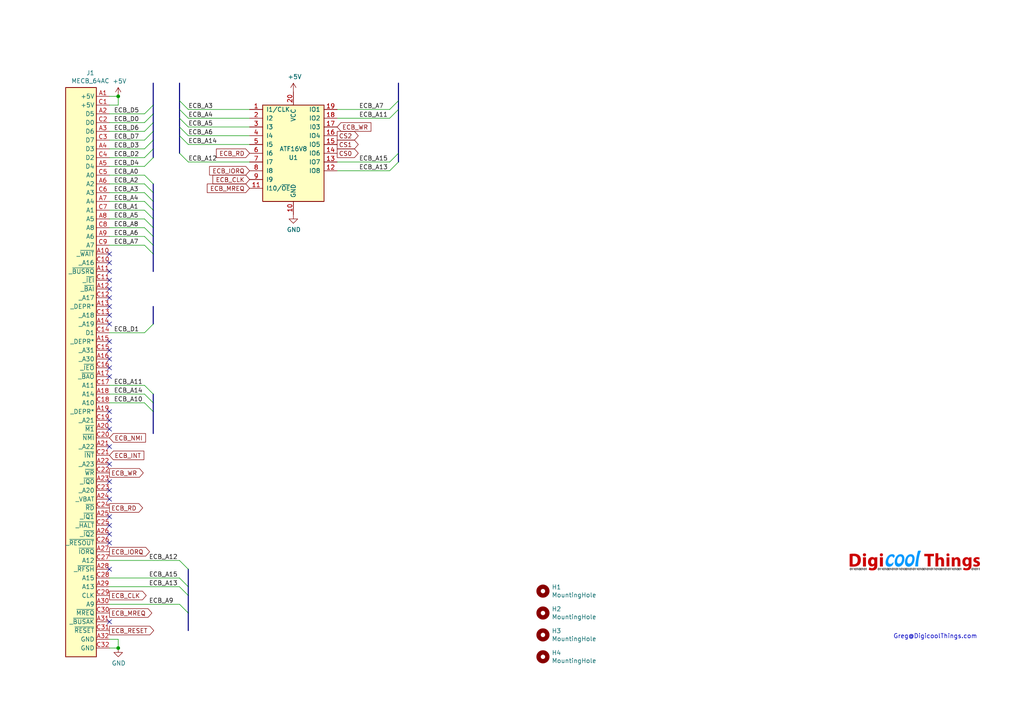
<source format=kicad_sch>
(kicad_sch (version 20250114) (generator "eeschema") (generator_version "9.0")
  (paper "A4")
  (title_block (title "Minimalist Europe Card Bus (MECB) Board Template") (date "2025-05") (rev "1.2") (company "DigicoolThings.com") (comment 1 "For Minimalist Europe Card Bus (MECB). ") (comment 2 "U1 PLD positioning provides for ZIF socket space, with DIP20 ZIF friendly footprint.") (comment 3 "Includes a standardised 3 chip-select output ATF16V8 PLD Address Decoder. ") (comment 4 "Schematic & standardised PCB outline Templates for creating MECB boards."))
  (lib_symbols
    (symbol "Logic_Programmable:GAL16V8" (pin_names (offset 1.016))
      (property "Reference" "U" (at -8.89 16.51 0))
      (property "Value" "GAL16V8" (at 1.27 16.51 0))
      (symbol "GAL16V8_0_0"
        (pin power_in line (at 0 17.78 270) (length 3.81) (name "VCC") (number "20"))
        (pin power_in line (at 0 -17.78 90) (length 3.81) (name "GND") (number "10"))
      )
      (symbol "GAL16V8_0_1"
        (rectangle (start -8.89 13.97) (end 8.89 -13.97) (stroke (width 0.254)) (fill (type background)))
      )
      (symbol "GAL16V8_1_1"
        (pin input line (at -12.7 12.7 0) (length 3.81) (name "I1/CLK") (number "1"))
        (pin input line (at -12.7 10.16 0) (length 3.81) (name "I2") (number "2"))
        (pin input line (at -12.7 7.62 0) (length 3.81) (name "I3") (number "3"))
        (pin input line (at -12.7 5.08 0) (length 3.81) (name "I4") (number "4"))
        (pin input line (at -12.7 2.54 0) (length 3.81) (name "I5") (number "5"))
        (pin input line (at -12.7 0 0) (length 3.81) (name "I6") (number "6"))
        (pin input line (at -12.7 -2.54 0) (length 3.81) (name "I7") (number "7"))
        (pin input line (at -12.7 -5.08 0) (length 3.81) (name "I8") (number "8"))
        (pin input line (at -12.7 -7.62 0) (length 3.81) (name "I9") (number "9"))
        (pin input line (at -12.7 -10.16 0) (length 3.81) (name "I10/~{OE}") (number "11"))
        (pin tri_state line (at 12.7 12.7 180) (length 3.81) (name "IO1") (number "19"))
        (pin tri_state line (at 12.7 10.16 180) (length 3.81) (name "IO2") (number "18"))
        (pin tri_state line (at 12.7 7.62 180) (length 3.81) (name "I03") (number "17"))
        (pin tri_state line (at 12.7 5.08 180) (length 3.81) (name "IO4") (number "16"))
        (pin tri_state line (at 12.7 2.54 180) (length 3.81) (name "IO5") (number "15"))
        (pin tri_state line (at 12.7 0 180) (length 3.81) (name "IO6") (number "14"))
        (pin tri_state line (at 12.7 -2.54 180) (length 3.81) (name "IO7") (number "13"))
        (pin tri_state line (at 12.7 -5.08 180) (length 3.81) (name "IO8") (number "12"))
      )
    )
    (symbol "Mechanical:MountingHole" (pin_names (offset 1.016))
      (property "Reference" "H" (at 0 5.08 0))
      (property "Value" "MountingHole" (at 0 3.175 0))
      (symbol "MountingHole_0_1"
        (circle (center 0 0) (radius 1.27) (stroke (width 1.27)))
      )
    )
    (symbol "MyCustomSymbolLibrary:MECB_64AC"
      (property "Reference" "J" (at 0 85.09 0))
      (property "Value" "MECB_64AC" (at 6.35 1.27 90))
      (symbol "MECB_64AC_0_1"
        (rectangle (start -3.81 -81.28) (end 5.08 83.82) (stroke (width 0.254)) (fill (type background)))
      )
      (symbol "MECB_64AC_1_1"
        (pin power_out line (at -7.62 81.28 0) (length 3.81) (name "+5V") (number "A1"))
        (pin power_out line (at -7.62 78.74 0) (length 3.81) (name "+5V") (number "C1"))
        (pin bidirectional line (at -7.62 76.2 0) (length 3.81) (name "D5") (number "A2"))
        (pin bidirectional line (at -7.62 73.66 0) (length 3.81) (name "D0") (number "C2"))
        (pin bidirectional line (at -7.62 71.12 0) (length 3.81) (name "D6") (number "A3"))
        (pin bidirectional line (at -7.62 68.58 0) (length 3.81) (name "D7") (number "C3"))
        (pin bidirectional line (at -7.62 66.04 0) (length 3.81) (name "D3") (number "A4"))
        (pin bidirectional line (at -7.62 63.5 0) (length 3.81) (name "D2") (number "C4"))
        (pin bidirectional line (at -7.62 60.96 0) (length 3.81) (name "D4") (number "A5"))
        (pin passive line (at -7.62 58.42 0) (length 3.81) (name "A0") (number "C5"))
        (pin passive line (at -7.62 55.88 0) (length 3.81) (name "A2") (number "A6"))
        (pin passive line (at -7.62 53.34 0) (length 3.81) (name "A3") (number "C6"))
        (pin passive line (at -7.62 50.8 0) (length 3.81) (name "A4") (number "A7"))
        (pin passive line (at -7.62 48.26 0) (length 3.81) (name "A1") (number "C7"))
        (pin passive line (at -7.62 45.72 0) (length 3.81) (name "A5") (number "A8"))
        (pin passive line (at -7.62 43.18 0) (length 3.81) (name "A8") (number "C8"))
        (pin passive line (at -7.62 40.64 0) (length 3.81) (name "A6") (number "A9"))
        (pin passive line (at -7.62 38.1 0) (length 3.81) (name "A7") (number "C9"))
        (pin passive line (at -7.62 35.56 0) (length 3.81) (name "_~{WAIT}") (number "A10"))
        (pin passive line (at -7.62 33.02 0) (length 3.81) (name "_A16") (number "C10"))
        (pin passive line (at -7.62 30.48 0) (length 3.81) (name "_~{BUSRQ}") (number "A11"))
        (pin passive line (at -7.62 27.94 0) (length 3.81) (name "_~{IEI}") (number "C11"))
        (pin passive line (at -7.62 25.4 0) (length 3.81) (name "_~{BAI}") (number "A12"))
        (pin passive line (at -7.62 22.86 0) (length 3.81) (name "_A17") (number "C12"))
        (pin passive line (at -7.62 20.32 0) (length 3.81) (name "_DEPR*") (number "A13"))
        (pin passive line (at -7.62 17.78 0) (length 3.81) (name "_A18") (number "C13"))
        (pin passive line (at -7.62 15.24 0) (length 3.81) (name "_A19") (number "A14"))
        (pin bidirectional line (at -7.62 12.7 0) (length 3.81) (name "D1") (number "C14"))
        (pin passive line (at -7.62 10.16 0) (length 3.81) (name "_DEPR*") (number "A15"))
        (pin passive line (at -7.62 7.62 0) (length 3.81) (name "_A31") (number "C15"))
        (pin passive line (at -7.62 5.08 0) (length 3.81) (name "_A30") (number "A16"))
        (pin passive line (at -7.62 2.54 0) (length 3.81) (name "_~{IEO}") (number "C16"))
        (pin passive line (at -7.62 0 0) (length 3.81) (name "_~{BAO}") (number "A17"))
        (pin passive line (at -7.62 -2.54 0) (length 3.81) (name "A11") (number "C17"))
        (pin passive line (at -7.62 -5.08 0) (length 3.81) (name "A14") (number "A18"))
        (pin passive line (at -7.62 -7.62 0) (length 3.81) (name "A10") (number "C18"))
        (pin passive line (at -7.62 -10.16 0) (length 3.81) (name "_DEPR*") (number "A19"))
        (pin passive line (at -7.62 -12.7 0) (length 3.81) (name "_A21") (number "C19"))
        (pin passive line (at -7.62 -15.24 0) (length 3.81) (name "~{M1}") (number "A20"))
        (pin passive line (at -7.62 -17.78 0) (length 3.81) (name "~{NMI}") (number "C20"))
        (pin passive line (at -7.62 -20.32 0) (length 3.81) (name "_A22") (number "A21"))
        (pin passive line (at -7.62 -22.86 0) (length 3.81) (name "~{INT}") (number "C21"))
        (pin passive line (at -7.62 -25.4 0) (length 3.81) (name "_A23") (number "A22"))
        (pin passive line (at -7.62 -27.94 0) (length 3.81) (name "~{WR}") (number "C22"))
        (pin passive line (at -7.62 -30.48 0) (length 3.81) (name "_~{IQ0}") (number "A23"))
        (pin passive line (at -7.62 -33.02 0) (length 3.81) (name "_A20") (number "C23"))
        (pin passive line (at -7.62 -35.56 0) (length 3.81) (name "_VBAT") (number "A24"))
        (pin passive line (at -7.62 -38.1 0) (length 3.81) (name "~{RD}") (number "C24"))
        (pin passive line (at -7.62 -40.64 0) (length 3.81) (name "_~{IQ1}") (number "A25"))
        (pin passive line (at -7.62 -43.18 0) (length 3.81) (name "_~{HALT}") (number "C25"))
        (pin passive line (at -7.62 -45.72 0) (length 3.81) (name "_~{IQ2}") (number "A26"))
        (pin passive line (at -7.62 -48.26 0) (length 3.81) (name "_~{RESOUT}") (number "C26"))
        (pin passive line (at -7.62 -50.8 0) (length 3.81) (name "~{IORQ}") (number "A27"))
        (pin passive line (at -7.62 -53.34 0) (length 3.81) (name "A12") (number "C27"))
        (pin passive line (at -7.62 -55.88 0) (length 3.81) (name "_~{RFSH}") (number "A28"))
        (pin passive line (at -7.62 -58.42 0) (length 3.81) (name "A15") (number "C28"))
        (pin passive line (at -7.62 -60.96 0) (length 3.81) (name "A13") (number "A29"))
        (pin passive line (at -7.62 -63.5 0) (length 3.81) (name "CLK") (number "C29"))
        (pin passive line (at -7.62 -66.04 0) (length 3.81) (name "A9") (number "A30"))
        (pin passive line (at -7.62 -68.58 0) (length 3.81) (name "~{MREQ}") (number "C30"))
        (pin passive line (at -7.62 -71.12 0) (length 3.81) (name "_~{BUSAK}") (number "A31"))
        (pin passive line (at -7.62 -73.66 0) (length 3.81) (name "~{RESET}") (number "C31"))
        (pin power_out line (at -7.62 -76.2 0) (length 3.81) (name "GND") (number "A32"))
        (pin power_out line (at -7.62 -78.74 0) (length 3.81) (name "GND") (number "C32"))
      )
    )
    (symbol "power:+5V" (power) (pin_names (offset 0))
      (property "Value" "+5V" (at 0 3.556 0))
      (symbol "+5V_0_1"
        (polyline (pts (xy -0.762 1.27) (xy 0 2.54)))
        (polyline (pts (xy 0 2.54) (xy 0.762 1.27)))
        (polyline (pts (xy 0 0) (xy 0 2.54)))
      )
      (symbol "+5V_1_1"
        (pin power_in line (at 0 0 90) (length 0) (hide yes) (name "+5V") (number "1"))
      )
    )
    (symbol "power:GND" (power) (pin_names (offset 0))
      (property "Value" "GND" (at 0 -3.81 0))
      (symbol "GND_0_1"
        (polyline (pts (xy 0 0) (xy 0 -1.27) (xy 1.27 -1.27) (xy 0 -2.54) (xy -1.27 -1.27) (xy 0 -1.27)))
      )
      (symbol "GND_1_1"
        (pin power_in line (at 0 0 270) (length 0) (hide yes) (name "GND") (number "1"))
      )
    )
  )
  (text "Greg@DigicoolThings.com" (at 259.08 185.42 0) (effects (font (size 1.27 1.27)) (justify left bottom)))
  (junction (at 34.29 187.96))
  (junction (at 34.29 27.94))
  (no_connect (at 31.75 93.98))
  (no_connect (at 31.75 78.74))
  (no_connect (at 31.75 88.9))
  (no_connect (at 31.75 165.1))
  (no_connect (at 31.75 180.34))
  (no_connect (at 31.75 73.66))
  (no_connect (at 31.75 86.36))
  (no_connect (at 31.75 139.7))
  (no_connect (at 31.75 124.46))
  (no_connect (at 31.75 83.82))
  (no_connect (at 31.75 134.62))
  (no_connect (at 31.75 152.4))
  (no_connect (at 31.75 76.2))
  (no_connect (at 31.75 109.22))
  (no_connect (at 31.75 101.6))
  (no_connect (at 31.75 121.92))
  (no_connect (at 31.75 154.94))
  (no_connect (at 31.75 149.86))
  (no_connect (at 31.75 104.14))
  (no_connect (at 31.75 157.48))
  (no_connect (at 31.75 91.44))
  (no_connect (at 31.75 106.68))
  (no_connect (at 31.75 119.38))
  (no_connect (at 31.75 144.78))
  (no_connect (at 31.75 142.24))
  (no_connect (at 31.75 99.06))
  (no_connect (at 31.75 81.28))
  (no_connect (at 31.75 129.54))
  (bus_entry (at 44.45 53.34) (size -2.54 -2.54))
  (bus_entry (at 52.07 175.26) (size 2.54 2.54))
  (bus_entry (at 52.07 170.18) (size 2.54 2.54))
  (bus_entry (at 52.07 162.56) (size 2.54 2.54))
  (bus_entry (at 41.91 43.18) (size 2.54 -2.54))
  (bus_entry (at 41.91 38.1) (size 2.54 -2.54))
  (bus_entry (at 44.45 55.88) (size -2.54 -2.54))
  (bus_entry (at 44.45 63.5) (size -2.54 -2.54))
  (bus_entry (at 52.07 167.64) (size 2.54 2.54))
  (bus_entry (at 44.45 68.58) (size -2.54 -2.54))
  (bus_entry (at 41.91 48.26) (size 2.54 -2.54))
  (bus_entry (at 41.91 33.02) (size 2.54 -2.54))
  (bus_entry (at 41.91 116.84) (size 2.54 2.54))
  (bus_entry (at 41.91 111.76) (size 2.54 2.54))
  (bus_entry (at 41.91 96.52) (size 2.54 -2.54))
  (bus_entry (at 44.45 73.66) (size -2.54 -2.54))
  (bus_entry (at 41.91 45.72) (size 2.54 -2.54))
  (bus_entry (at 44.45 66.04) (size -2.54 -2.54))
  (bus_entry (at 41.91 35.56) (size 2.54 -2.54))
  (bus_entry (at 41.91 114.3) (size 2.54 2.54))
  (bus_entry (at 44.45 71.12) (size -2.54 -2.54))
  (bus_entry (at 52.07 36.83) (size 2.54 2.54))
  (bus_entry (at 52.07 44.45) (size 2.54 2.54))
  (bus_entry (at 52.07 39.37) (size 2.54 2.54))
  (bus_entry (at 52.07 29.21) (size 2.54 2.54))
  (bus_entry (at 52.07 31.75) (size 2.54 2.54))
  (bus_entry (at 52.07 34.29) (size 2.54 2.54))
  (bus_entry (at 113.03 49.53) (size 2.54 -2.54))
  (bus_entry (at 113.03 46.99) (size 2.54 -2.54))
  (bus_entry (at 113.03 34.29) (size 2.54 -2.54))
  (bus_entry (at 113.03 31.75) (size 2.54 -2.54))
  (bus_entry (at 41.91 40.64) (size 2.54 -2.54))
  (bus_entry (at 44.45 58.42) (size -2.54 -2.54))
  (bus_entry (at 44.45 60.96) (size -2.54 -2.54))
  (wire (pts (xy 54.61 46.99) (xy 72.39 46.99)))
  (wire (pts (xy 31.75 40.64) (xy 41.91 40.64)))
  (wire (pts (xy 97.79 31.75) (xy 113.03 31.75)))
  (bus (pts (xy 44.45 24.13) (xy 44.45 30.48)))
  (wire (pts (xy 31.75 63.5) (xy 41.91 63.5)))
  (bus (pts (xy 54.61 170.18) (xy 54.61 172.72)))
  (bus (pts (xy 44.45 66.04) (xy 44.45 68.58)))
  (wire (pts (xy 31.75 71.12) (xy 41.91 71.12)))
  (bus (pts (xy 115.57 24.13) (xy 115.57 29.21)))
  (bus (pts (xy 44.45 53.34) (xy 44.45 55.88)))
  (wire (pts (xy 31.75 185.42) (xy 34.29 185.42)))
  (wire (pts (xy 31.75 116.84) (xy 41.91 116.84)))
  (wire (pts (xy 31.75 53.34) (xy 41.91 53.34)))
  (bus (pts (xy 115.57 29.21) (xy 115.57 31.75)))
  (wire (pts (xy 31.75 45.72) (xy 41.91 45.72)))
  (wire (pts (xy 54.61 41.91) (xy 72.39 41.91)))
  (wire (pts (xy 31.75 38.1) (xy 41.91 38.1)))
  (wire (pts (xy 31.75 162.56) (xy 52.07 162.56)))
  (wire (pts (xy 31.75 48.26) (xy 41.91 48.26)))
  (wire (pts (xy 31.75 50.8) (xy 41.91 50.8)))
  (bus (pts (xy 44.45 88.9) (xy 44.45 93.98)))
  (bus (pts (xy 44.45 43.18) (xy 44.45 45.72)))
  (bus (pts (xy 52.07 24.13) (xy 52.07 29.21)))
  (wire (pts (xy 31.75 33.02) (xy 41.91 33.02)))
  (wire (pts (xy 31.75 43.18) (xy 41.91 43.18)))
  (wire (pts (xy 31.75 60.96) (xy 41.91 60.96)))
  (wire (pts (xy 31.75 58.42) (xy 41.91 58.42)))
  (wire (pts (xy 54.61 36.83) (xy 72.39 36.83)))
  (bus (pts (xy 54.61 172.72) (xy 54.61 177.8)))
  (wire (pts (xy 31.75 167.64) (xy 52.07 167.64)))
  (bus (pts (xy 44.45 55.88) (xy 44.45 58.42)))
  (bus (pts (xy 44.45 68.58) (xy 44.45 71.12)))
  (wire (pts (xy 31.75 55.88) (xy 41.91 55.88)))
  (wire (pts (xy 31.75 111.76) (xy 41.91 111.76)))
  (wire (pts (xy 31.75 114.3) (xy 41.91 114.3)))
  (wire (pts (xy 31.75 68.58) (xy 41.91 68.58)))
  (bus (pts (xy 52.07 29.21) (xy 52.07 31.75)))
  (bus (pts (xy 44.45 71.12) (xy 44.45 73.66)))
  (bus (pts (xy 44.45 116.84) (xy 44.45 119.38)))
  (wire (pts (xy 31.75 35.56) (xy 41.91 35.56)))
  (bus (pts (xy 54.61 165.1) (xy 54.61 170.18)))
  (bus (pts (xy 115.57 44.45) (xy 115.57 46.99)))
  (wire (pts (xy 31.75 96.52) (xy 41.91 96.52)))
  (bus (pts (xy 54.61 177.8) (xy 54.61 182.88)))
  (bus (pts (xy 52.07 36.83) (xy 52.07 39.37)))
  (bus (pts (xy 44.45 38.1) (xy 44.45 40.64)))
  (bus (pts (xy 44.45 40.64) (xy 44.45 43.18)))
  (bus (pts (xy 52.07 34.29) (xy 52.07 36.83)))
  (wire (pts (xy 34.29 30.48) (xy 34.29 27.94)))
  (wire (pts (xy 31.75 30.48) (xy 34.29 30.48)))
  (wire (pts (xy 31.75 170.18) (xy 52.07 170.18)))
  (bus (pts (xy 52.07 31.75) (xy 52.07 34.29)))
  (bus (pts (xy 44.45 119.38) (xy 44.45 125.73)))
  (wire (pts (xy 34.29 185.42) (xy 34.29 187.96)))
  (wire (pts (xy 54.61 39.37) (xy 72.39 39.37)))
  (wire (pts (xy 97.79 49.53) (xy 113.03 49.53)))
  (bus (pts (xy 115.57 31.75) (xy 115.57 44.45)))
  (wire (pts (xy 31.75 187.96) (xy 34.29 187.96)))
  (bus (pts (xy 44.45 73.66) (xy 44.45 78.74)))
  (bus (pts (xy 44.45 33.02) (xy 44.45 35.56)))
  (bus (pts (xy 44.45 58.42) (xy 44.45 60.96)))
  (wire (pts (xy 97.79 46.99) (xy 113.03 46.99)))
  (bus (pts (xy 44.45 114.3) (xy 44.45 116.84)))
  (wire (pts (xy 54.61 31.75) (xy 72.39 31.75)))
  (bus (pts (xy 44.45 63.5) (xy 44.45 66.04)))
  (bus (pts (xy 44.45 35.56) (xy 44.45 38.1)))
  (wire (pts (xy 97.79 34.29) (xy 113.03 34.29)))
  (wire (pts (xy 31.75 66.04) (xy 41.91 66.04)))
  (bus (pts (xy 44.45 60.96) (xy 44.45 63.5)))
  (bus (pts (xy 52.07 39.37) (xy 52.07 44.45)))
  (wire (pts (xy 31.75 175.26) (xy 52.07 175.26)))
  (wire (pts (xy 31.75 27.94) (xy 34.29 27.94)))
  (wire (pts (xy 54.61 34.29) (xy 72.39 34.29)))
  (bus (pts (xy 44.45 30.48) (xy 44.45 33.02)))
  (image (at 265.43 162.56) (scale 0.236667))
  (label "ECB_A5" (at 54.61 36.83 0))
  (label "ECB_A6" (at 54.61 39.37 0))
  (label "ECB_A15" (at 43.18 167.64 0))
  (label "ECB_A7" (at 104.14 31.75 0))
  (label "ECB_A15" (at 104.14 46.99 0))
  (label "ECB_D3" (at 33.02 43.18 0))
  (label "ECB_A12" (at 43.18 162.56 0))
  (label "ECB_A13" (at 104.14 49.53 0))
  (label "ECB_D0" (at 33.02 35.56 0))
  (label "ECB_A0" (at 33.02 50.8 0))
  (label "ECB_D7" (at 33.02 40.64 0))
  (label "ECB_D6" (at 33.02 38.1 0))
  (label "ECB_A6" (at 33.02 68.58 0))
  (label "ECB_A3" (at 54.61 31.75 0))
  (label "ECB_D5" (at 33.02 33.02 0))
  (label "ECB_A12" (at 54.61 46.99 0))
  (label "ECB_A11" (at 33.02 111.76 0))
  (label "ECB_A4" (at 33.02 58.42 0))
  (label "ECB_A3" (at 33.02 55.88 0))
  (label "ECB_A2" (at 33.02 53.34 0))
  (label "ECB_A10" (at 33.02 116.84 0))
  (label "ECB_A4" (at 54.61 34.29 0))
  (label "ECB_A5" (at 33.02 63.5 0))
  (label "ECB_D4" (at 33.02 48.26 0))
  (label "ECB_A11" (at 104.14 34.29 0))
  (label "ECB_A8" (at 33.02 66.04 0))
  (label "ECB_D1" (at 33.02 96.52 0))
  (label "ECB_A9" (at 43.18 175.26 0))
  (label "ECB_A13" (at 43.18 170.18 0))
  (label "ECB_A7" (at 33.02 71.12 0))
  (label "ECB_D2" (at 33.02 45.72 0))
  (label "ECB_A14" (at 33.02 114.3 0))
  (label "ECB_A1" (at 33.02 60.96 0))
  (label "ECB_A14" (at 54.61 41.91 0))
  (global_label "ECB_RESET" (shape output) (at 31.75 182.88 0) (property "Intersheetrefs" "${INTERSHEET_REFS}" (effects (hide yes))))
  (global_label "ECB_MREQ" (shape output) (at 31.75 177.8 0) (property "Intersheetrefs" "${INTERSHEET_REFS}" (effects (hide yes))))
  (global_label "ECB_CLK" (shape output) (at 31.75 172.72 0) (property "Intersheetrefs" "${INTERSHEET_REFS}" (effects (hide yes))))
  (global_label "CS0" (shape output) (at 97.79 44.45 0) (property "Intersheetrefs" "${INTERSHEET_REFS}" (effects (hide yes))))
  (global_label "ECB_INT" (shape input) (at 31.75 132.08 0) (property "Intersheetrefs" "${INTERSHEET_REFS}" (effects (hide yes))))
  (global_label "ECB_IORQ" (shape output) (at 31.75 160.02 0) (property "Intersheetrefs" "${INTERSHEET_REFS}" (effects (hide yes))))
  (global_label "ECB_RD" (shape input) (at 72.39 44.45 180) (property "Intersheetrefs" "${INTERSHEET_REFS}" (effects (hide yes))))
  (global_label "ECB_WR" (shape input) (at 97.79 36.83 0) (property "Intersheetrefs" "${INTERSHEET_REFS}" (effects (hide yes))))
  (global_label "CS2" (shape output) (at 97.79 39.37 0) (property "Intersheetrefs" "${INTERSHEET_REFS}" (effects (hide yes))))
  (global_label "ECB_CLK" (shape input) (at 72.39 52.07 180) (property "Intersheetrefs" "${INTERSHEET_REFS}" (effects (hide yes))))
  (global_label "ECB_WR" (shape output) (at 31.75 137.16 0) (property "Intersheetrefs" "${INTERSHEET_REFS}" (effects (hide yes))))
  (global_label "CS1" (shape output) (at 97.79 41.91 0) (property "Intersheetrefs" "${INTERSHEET_REFS}" (effects (hide yes))))
  (global_label "ECB_NMI" (shape input) (at 31.75 127 0) (property "Intersheetrefs" "${INTERSHEET_REFS}" (effects (hide yes))))
  (global_label "ECB_MREQ" (shape input) (at 72.39 54.61 180) (property "Intersheetrefs" "${INTERSHEET_REFS}" (effects (hide yes))))
  (global_label "ECB_IORQ" (shape input) (at 72.39 49.53 180) (property "Intersheetrefs" "${INTERSHEET_REFS}" (effects (hide yes))))
  (global_label "ECB_RD" (shape output) (at 31.75 147.32 0) (property "Intersheetrefs" "${INTERSHEET_REFS}" (effects (hide yes))))
  (symbol (lib_id "Logic_Programmable:GAL16V8") (at 85.09 44.45 0) (unit 1)
    (property "Reference" "U1" (at 85.09 45.72 0))
    (property "Value" "ATF16V8" (at 85.09 43.18 0))
    (property "Footprint" "MyCustomFootprintLibrary:DIP-20_W7.62mm_Socket_LongPads_ZIF_friendly" (effects (hide yes)))
  )
  (symbol (lib_id "power:+5V") (at 85.09 26.67 0) (unit 1)
    (property "Reference" "#PWR05" (effects (hide yes)))
    (property "Value" "+5V" (at 85.471 22.2758 0))
  )
  (symbol (lib_id "power:GND") (at 85.09 62.23 0) (unit 1)
    (property "Reference" "#PWR06" (effects (hide yes)))
    (property "Value" "GND" (at 85.217 66.6242 0))
  )
  (symbol (lib_id "Mechanical:MountingHole") (at 157.48 184.15 0) (unit 1)
    (property "Reference" "H3" (at 160.02 182.9816 0) (effects (justify left)))
    (property "Value" "MountingHole" (at 160.02 185.293 0) (effects (justify left)))
    (property "Footprint" "MountingHole:MountingHole_3.2mm_M3" (effects (hide yes)))
  )
  (symbol (lib_id "Mechanical:MountingHole") (at 157.48 190.5 0) (unit 1)
    (property "Reference" "H4" (at 160.02 189.3316 0) (effects (justify left)))
    (property "Value" "MountingHole" (at 160.02 191.643 0) (effects (justify left)))
    (property "Footprint" "MountingHole:MountingHole_3.2mm_M3" (effects (hide yes)))
  )
  (symbol (lib_id "Mechanical:MountingHole") (at 157.48 171.45 0) (unit 1)
    (property "Reference" "H1" (at 160.02 170.2816 0) (effects (justify left)))
    (property "Value" "MountingHole" (at 160.02 172.593 0) (effects (justify left)))
    (property "Footprint" "MountingHole:MountingHole_3.2mm_M3" (effects (hide yes)))
  )
  (symbol (lib_id "Mechanical:MountingHole") (at 157.48 177.8 0) (unit 1)
    (property "Reference" "H2" (at 160.02 176.6316 0) (effects (justify left)))
    (property "Value" "MountingHole" (at 160.02 178.943 0) (effects (justify left)))
    (property "Footprint" "MountingHole:MountingHole_3.2mm_M3" (effects (hide yes)))
  )
  (symbol (lib_id "MyCustomSymbolLibrary:MECB_64AC") (at 24.13 109.22 0) (mirror y) (unit 1)
    (property "Reference" "J1" (at 26.2128 21.1582 0))
    (property "Value" "MECB_64AC" (at 26.2128 23.4696 0))
    (property "Footprint" "MyCustomFootprintLibrary:DIN41612_C_2x32_C64AC_Male_Horizontal_THT" (effects (hide yes)))
    (property "Datasheet" " ~" (effects (hide yes)))
  )
  (symbol (lib_id "power:+5V") (at 34.29 27.94 0) (unit 1)
    (property "Reference" "#PWR01" (effects (hide yes)))
    (property "Value" "+5V" (at 34.671 23.5458 0))
  )
  (symbol (lib_id "power:GND") (at 34.29 187.96 0) (unit 1)
    (property "Reference" "#PWR02" (effects (hide yes)))
    (property "Value" "GND" (at 34.417 192.3542 0))
  )
)
</source>
